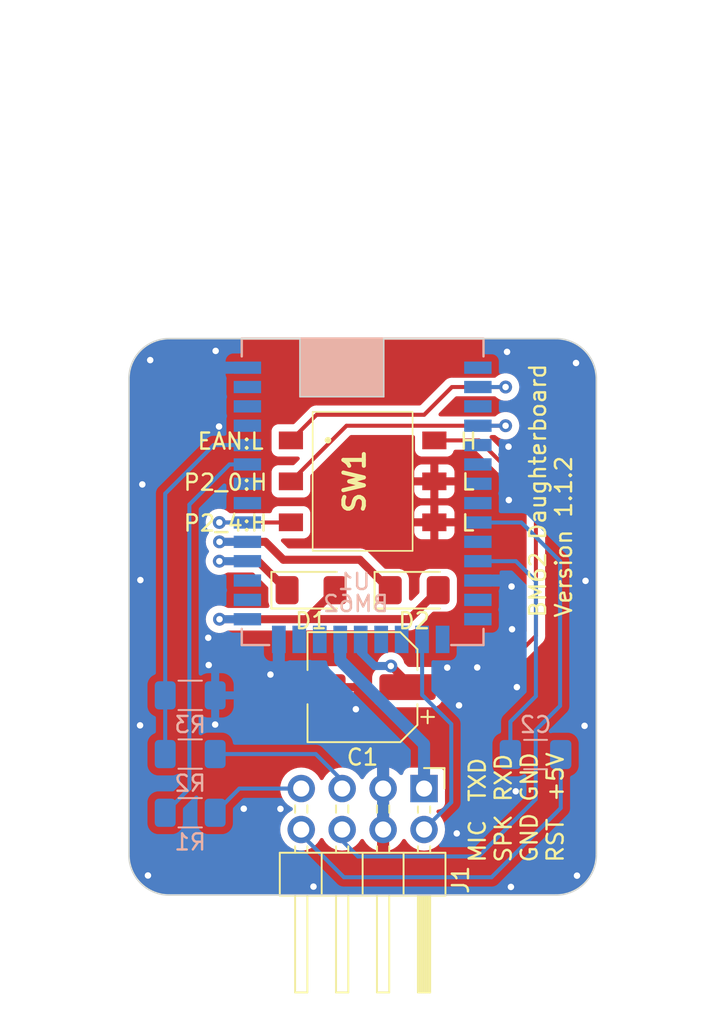
<source format=kicad_pcb>
(kicad_pcb (version 20221018) (generator pcbnew)
  (layers (0 "F.Cu" signal) (31 "B.Cu" signal) (34 "B.Paste" user) (35 "F.Paste" user) (36 "B.SilkS" user "B.Silkscreen") (37 "F.SilkS" user "F.Silkscreen") (38 "B.Mask" user) (39 "F.Mask" user) (44 "Edge.Cuts" user))
  (net 0 "")
  (net 1 "Net-(J1-Pin_5)")
  (net 2 "Net-(J1-Pin_7)")
  (net 3 "GND")
  (net 4 "/VDD_IO")
  (net 25 "/MIC1_P")
  (net 26 "/LED1")
  (net 27 "/SYS_PWR")
  (net 28 "+5V")
  (net 29 "/LED2")
  (net 30 "/RST")
  (net 31 "/SPKL")
  (net 32 "/HCI_TXD")
  (net 33 "/HCI_RXD")
  (net 34 "/P2_0")
  (net 36 "/P2_4")
  (net 37 "/EAN")
  (net 38 "Net-(J1-Pin_8)")
  (footprint "Capacitor_SMD:CP_Elec_6.3x5.4" (layer "F.Cu") (at 147.49 106.61 180)
    (fp_text reference "C1" (at 0 -4.35) (layer "F.SilkS"))
    (fp_text value "47u")
    (fp_line (start -4.4375 -1.8475) (end -3.65 -1.8475) (stroke (width 0.12)) (layer "F.SilkS"))
    (fp_line (start -4.04375 -2.24125) (end -4.04375 -1.45375) (stroke (width 0.12)) (layer "F.SilkS"))
    (fp_line (start -3.41 -2.345563) (end -3.41 -1.06) (stroke (width 0.12)) (layer "F.SilkS"))
    (fp_line (start -3.41 -2.345563) (end -2.345563 -3.41) (stroke (width 0.12)) (layer "F.SilkS"))
    (fp_line (start -3.41 2.345563) (end -3.41 1.06) (stroke (width 0.12)) (layer "F.SilkS"))
    (fp_line (start -3.41 2.345563) (end -2.345563 3.41) (stroke (width 0.12)) (layer "F.SilkS"))
    (fp_line (start -2.345563 -3.41) (end 3.41 -3.41) (stroke (width 0.12)) (layer "F.SilkS"))
    (fp_line (start -2.345563 3.41) (end 3.41 3.41) (stroke (width 0.12)) (layer "F.SilkS"))
    (fp_line (start 3.41 -3.41) (end 3.41 -1.06) (stroke (width 0.12)) (layer "F.SilkS"))
    (fp_line (start 3.41 3.41) (end 3.41 1.06) (stroke (width 0.12)) (layer "F.SilkS"))
    (pad "1" smd roundrect (at -2.8 0 180) (size 3.5 1.6) (layers "F.Cu" "F.Paste" "F.Mask") (roundrect_rratio 0.15625) (net 4 "/VDD_IO"))
    (pad "2" smd roundrect (at 2.8 0 180) (size 3.5 1.6) (layers "F.Cu" "F.Paste" "F.Mask") (roundrect_rratio 0.15625) (net 3 "GND"))
  )
  (footprint "SamacSys_Parts:DS04254103BKSMT" (layer "F.Cu") (at 147.5 93.85 -90)
    (fp_text reference "SW1" (at 0 0.5 90) (layer "F.SilkS") (effects (font (size 1.27 1.27) (thickness 0.254))))
    (fp_text value "SW_DIP_x03" hide)
    (fp_line (start -4.31 -3.1) (end 4.31 -3.1) (stroke (width 0.1)) (layer "F.SilkS"))
    (fp_line (start -4.31 3.1) (end -4.31 -3.1) (stroke (width 0.1)) (layer "F.SilkS"))
    (fp_line (start -2.55 2.05) (end -2.55 2.05) (stroke (width 0.2)) (layer "F.SilkS"))
    (fp_line (start -2.55 2.25) (end -2.55 2.25) (stroke (width 0.2)) (layer "F.SilkS"))
    (fp_line (start 4.31 -3.1) (end 4.31 3.1) (stroke (width 0.1)) (layer "F.SilkS"))
    (fp_line (start 4.31 3.1) (end -4.31 3.1) (stroke (width 0.1)) (layer "F.SilkS"))
    (fp_arc (start -2.55 2.05) (mid -2.45 2.15) (end -2.55 2.25) (stroke (width 0.2)) (layer "F.SilkS"))
    (fp_arc (start -2.55 2.25) (mid -2.65 2.15) (end -2.55 2.05) (stroke (width 0.2)) (layer "F.SilkS"))
    (pad "1" smd rect (at -2.54 4.45 270) (size 1.1 1.5) (layers "F.Cu" "F.Paste" "F.Mask") (net 37 "/EAN"))
    (pad "2" smd rect (at 0 4.45 270) (size 1.1 1.5) (layers "F.Cu" "F.Paste" "F.Mask") (net 34 "/P2_0"))
    (pad "3" smd rect (at 2.54 4.45 270) (size 1.1 1.5) (layers "F.Cu" "F.Paste" "F.Mask") (net 36 "/P2_4"))
    (pad "4" smd rect (at 2.54 -4.45 270) (size 1.1 1.5) (layers "F.Cu" "F.Paste" "F.Mask") (net 3 "GND"))
    (pad "5" smd rect (at 0 -4.45 270) (size 1.1 1.5) (layers "F.Cu" "F.Paste" "F.Mask") (net 3 "GND"))
    (pad "6" smd rect (at -2.54 -4.45 270) (size 1.1 1.5) (layers "F.Cu" "F.Paste" "F.Mask") (net 4 "/VDD_IO"))
  )
  (footprint "LED_SMD:LED_1206_3216Metric_Pad1.42x1.75mm_HandSolder" (layer "F.Cu") (at 144.2995 100.6)
    (fp_text reference "D1" (at -0.0025 1.9) (layer "F.SilkS"))
    (fp_text value "GRN")
    (fp_line (start -2.46 -1.135) (end -2.46 1.135) (stroke (width 0.12)) (layer "F.SilkS"))
    (fp_line (start -2.46 1.135) (end 1.6 1.135) (stroke (width 0.12)) (layer "F.SilkS"))
    (fp_line (start 1.6 -1.135) (end -2.46 -1.135) (stroke (width 0.12)) (layer "F.SilkS"))
    (pad "1" smd roundrect (at -1.4875 0) (size 1.425 1.75) (layers "F.Cu" "F.Paste" "F.Mask") (roundrect_rratio 0.1754392982) (net 26 "/LED1"))
    (pad "2" smd roundrect (at 1.4875 0) (size 1.425 1.75) (layers "F.Cu" "F.Paste" "F.Mask") (roundrect_rratio 0.1754392982) (net 27 "/SYS_PWR"))
  )
  (footprint "LED_SMD:LED_1206_3216Metric_Pad1.42x1.75mm_HandSolder" (layer "F.Cu") (at 150.7 100.6)
    (fp_text reference "D2" (at 0 1.9) (layer "F.SilkS"))
    (fp_text value "RED")
    (fp_line (start -2.46 -1.135) (end -2.46 1.135) (stroke (width 0.12)) (layer "F.SilkS"))
    (fp_line (start -2.46 1.135) (end 1.6 1.135) (stroke (width 0.12)) (layer "F.SilkS"))
    (fp_line (start 1.6 -1.135) (end -2.46 -1.135) (stroke (width 0.12)) (layer "F.SilkS"))
    (pad "1" smd roundrect (at -1.4875 0) (size 1.425 1.75) (layers "F.Cu" "F.Paste" "F.Mask") (roundrect_rratio 0.1754392982) (net 29 "/LED2"))
    (pad "2" smd roundrect (at 1.4875 0) (size 1.425 1.75) (layers "F.Cu" "F.Paste" "F.Mask") (roundrect_rratio 0.1754392982) (net 27 "/SYS_PWR"))
  )
  (footprint "Connector_PinHeader_2.54mm:PinHeader_2x04_P2.54mm_Horizontal" (layer "F.Cu") (at 151.31 112.9 -90)
    (fp_text reference "J1" (at 5.655 -2.27 90) (layer "F.SilkS"))
    (fp_text value "Conn_2x4")
    (fp_line (start -1.27 -1.27) (end 0 -1.27) (stroke (width 0.12)) (layer "F.SilkS"))
    (fp_line (start -1.27 0) (end -1.27 -1.27) (stroke (width 0.12)) (layer "F.SilkS"))
    (fp_line (start 1.042929 2.16) (end 1.497071 2.16) (stroke (width 0.12)) (layer "F.SilkS"))
    (fp_line (start 1.042929 2.92) (end 1.497071 2.92) (stroke (width 0.12)) (layer "F.SilkS"))
    (fp_line (start 1.042929 4.7) (end 1.497071 4.7) (stroke (width 0.12)) (layer "F.SilkS"))
    (fp_line (start 1.042929 5.46) (end 1.497071 5.46) (stroke (width 0.12)) (layer "F.SilkS"))
    (fp_line (start 1.042929 7.24) (end 1.497071 7.24) (stroke (width 0.12)) (layer "F.SilkS"))
    (fp_line (start 1.042929 8) (end 1.497071 8) (stroke (width 0.12)) (layer "F.SilkS"))
    (fp_line (start 1.11 -0.38) (end 1.497071 -0.38) (stroke (width 0.12)) (layer "F.SilkS"))
    (fp_line (start 1.11 0.38) (end 1.497071 0.38) (stroke (width 0.12)) (layer "F.SilkS"))
    (fp_line (start 3.582929 -0.38) (end 3.98 -0.38) (stroke (width 0.12)) (layer "F.SilkS"))
    (fp_line (start 3.582929 0.38) (end 3.98 0.38) (stroke (width 0.12)) (layer "F.SilkS"))
    (fp_line (start 3.582929 2.16) (end 3.98 2.16) (stroke (width 0.12)) (layer "F.SilkS"))
    (fp_line (start 3.582929 2.92) (end 3.98 2.92) (stroke (width 0.12)) (layer "F.SilkS"))
    (fp_line (start 3.582929 4.7) (end 3.98 4.7) (stroke (width 0.12)) (layer "F.SilkS"))
    (fp_line (start 3.582929 5.46) (end 3.98 5.46) (stroke (width 0.12)) (layer "F.SilkS"))
    (fp_line (start 3.582929 7.24) (end 3.98 7.24) (stroke (width 0.12)) (layer "F.SilkS"))
    (fp_line (start 3.582929 8) (end 3.98 8) (stroke (width 0.12)) (layer "F.SilkS"))
    (fp_line (start 3.98 -1.33) (end 3.98 8.95) (stroke (width 0.12)) (layer "F.SilkS"))
    (fp_line (start 3.98 1.27) (end 6.64 1.27) (stroke (width 0.12)) (layer "F.SilkS"))
    (fp_line (start 3.98 3.81) (end 6.64 3.81) (stroke (width 0.12)) (layer "F.SilkS"))
    (fp_line (start 3.98 6.35) (end 6.64 6.35) (stroke (width 0.12)) (layer "F.SilkS"))
    (fp_line (start 3.98 8.95) (end 6.64 8.95) (stroke (width 0.12)) (layer "F.SilkS"))
    (fp_line (start 6.64 -1.33) (end 3.98 -1.33) (stroke (width 0.12)) (layer "F.SilkS"))
    (fp_line (start 6.64 -0.38) (end 12.64 -0.38) (stroke (width 0.12)) (layer "F.SilkS"))
    (fp_line (start 6.64 -0.32) (end 12.64 -0.32) (stroke (width 0.12)) (layer "F.SilkS"))
    (fp_line (start 6.64 -0.2) (end 12.64 -0.2) (stroke (width 0.12)) (layer "F.SilkS"))
    (fp_line (start 6.64 -0.08) (end 12.64 -0.08) (stroke (width 0.12)) (layer "F.SilkS"))
    (fp_line (start 6.64 0.04) (end 12.64 0.04) (stroke (width 0.12)) (layer "F.SilkS"))
    (fp_line (start 6.64 0.16) (end 12.64 0.16) (stroke (width 0.12)) (layer "F.SilkS"))
    (fp_line (start 6.64 0.28) (end 12.64 0.28) (stroke (width 0.12)) (layer "F.SilkS"))
    (fp_line (start 6.64 2.16) (end 12.64 2.16) (stroke (width 0.12)) (layer "F.SilkS"))
    (fp_line (start 6.64 4.7) (end 12.64 4.7) (stroke (width 0.12)) (layer "F.SilkS"))
    (fp_line (start 6.64 7.24) (end 12.64 7.24) (stroke (width 0.12)) (layer "F.SilkS"))
    (fp_line (start 6.64 8.95) (end 6.64 -1.33) (stroke (width 0.12)) (layer "F.SilkS"))
    (fp_line (start 12.64 -0.38) (end 12.64 0.38) (stroke (width 0.12)) (layer "F.SilkS"))
    (fp_line (start 12.64 0.38) (end 6.64 0.38) (stroke (width 0.12)) (layer "F.SilkS"))
    (fp_line (start 12.64 2.16) (end 12.64 2.92) (stroke (width 0.12)) (layer "F.SilkS"))
    (fp_line (start 12.64 2.92) (end 6.64 2.92) (stroke (width 0.12)) (layer "F.SilkS"))
    (fp_line (start 12.64 4.7) (end 12.64 5.46) (stroke (width 0.12)) (layer "F.SilkS"))
    (fp_line (start 12.64 5.46) (end 6.64 5.46) (stroke (width 0.12)) (layer "F.SilkS"))
    (fp_line (start 12.64 7.24) (end 12.64 8) (stroke (width 0.12)) (layer "F.SilkS"))
    (fp_line (start 12.64 8) (end 6.64 8) (stroke (width 0.12)) (layer "F.SilkS"))
    (pad "1" thru_hole rect (at 0 0 270) (size 1.7 1.7) (drill 1) (layers "*.Cu" "*.Mask") (net 28 "+5V"))
    (pad "2" thru_hole oval (at 2.54 0 270) (size 1.7 1.7) (drill 1) (layers "*.Cu" "*.Mask") (net 30 "/RST"))
    (pad "3" thru_hole oval (at 0 2.54 270) (size 1.7 1.7) (drill 1) (layers "*.Cu" "*.Mask") (net 3 "GND") (thermal_bridge_width 0.75))
    (pad "4" thru_hole oval (at 2.54 2.54 270) (size 1.7 1.7) (drill 1) (layers "*.Cu" "*.Mask") (net 3 "GND") (thermal_bridge_width 0.75))
    (pad "5" thru_hole oval (at 0 5.08 270) (size 1.7 1.7) (drill 1) (layers "*.Cu" "*.Mask") (net 1 "Net-(J1-Pin_5)"))
    (pad "6" thru_hole oval (at 2.54 5.08 270) (size 1.7 1.7) (drill 1) (layers "*.Cu" "*.Mask") (net 31 "/SPKL"))
    (pad "7" thru_hole oval (at 0 7.62 270) (size 1.7 1.7) (drill 1) (layers "*.Cu" "*.Mask") (net 2 "Net-(J1-Pin_7)"))
    (pad "8" thru_hole oval (at 2.54 7.62 270) (size 1.7 1.7) (drill 1) (layers "*.Cu" "*.Mask") (net 38 "Net-(J1-Pin_8)"))
  )
  (footprint "Resistor_SMD:R_1206_3216Metric_Pad1.30x1.75mm_HandSolder" (layer "B.Cu") (at 136.8 107.12)
    (fp_text reference "R3" (at 0 1.82) (layer "B.SilkS") (effects (justify mirror)))
    (fp_text value "2k")
    (fp_line (start -0.727064 -0.91) (end 0.727064 -0.91) (stroke (width 0.12)) (layer "B.SilkS"))
    (fp_line (start -0.727064 0.91) (end 0.727064 0.91) (stroke (width 0.12)) (layer "B.SilkS"))
    (pad "1" smd roundrect (at -1.55 0) (size 1.3 1.75) (layers "B.Cu" "B.Paste" "B.Mask") (roundrect_rratio 0.1923076923) (net 33 "/HCI_RXD"))
    (pad "2" smd roundrect (at 1.55 0) (size 1.3 1.75) (layers "B.Cu" "B.Paste" "B.Mask") (roundrect_rratio 0.1923076923) (net 3 "GND"))
  )
  (footprint "BM62 Daughterboard:Microchip BM62" (layer "B.Cu") (at 155 104 180)
    (fp_text reference "U1" (at 8.03 3.93) (layer "B.SilkS") (effects (justify mirror)))
    (fp_text value "BM62" (at 7.92 2.565) (layer "B.SilkS") (effects (justify mirror)))
    (fp_line (start 0 0) (end 2 0) (stroke (width 0.15)) (layer "B.SilkS"))
    (fp_line (start 0 1) (end 0 0) (stroke (width 0.15)) (layer "B.SilkS"))
    (fp_line (start 0 19) (end 0 17.9) (stroke (width 0.15)) (layer "B.SilkS"))
    (fp_line (start 0 19) (end 15 19) (stroke (width 0.15)) (layer "B.SilkS"))
    (fp_line (start 6.3 15.5) (end 11.3 15.5) (stroke (width 0.15)) (layer "B.SilkS"))
    (fp_line (start 6.3 19) (end 6.3 15.5) (stroke (width 0.15)) (layer "B.SilkS"))
    (fp_line (start 11.3 15.5) (end 11.3 19) (stroke (width 0.15)) (layer "B.SilkS"))
    (fp_line (start 15 0) (end 13.3 0) (stroke (width 0.15)) (layer "B.SilkS"))
    (fp_line (start 15 1) (end 15 0) (stroke (width 0.15)) (layer "B.SilkS"))
    (fp_line (start 15 19) (end 15 17.9) (stroke (width 0.15)) (layer "B.SilkS"))
    (fp_poly (pts (xy 6.3 19) (xy 11.3 19) (xy 11.3 15.5) (xy 6.3 15.5)) (stroke (width 0.15)) (fill solid) (layer "B.SilkS"))
    (pad "1" smd trapezoid (at 0.35 17.2 90) (size 0.76 1.7) (layers "B.Cu" "B.Paste" "B.Mask"))
    (pad "2" smd trapezoid (at 0.35 16 90) (size 0.76 1.7) (layers "B.Cu" "B.Paste" "B.Mask") (net 37 "/EAN"))
    (pad "3" smd trapezoid (at 0.35 14.8 90) (size 0.76 1.7) (layers "B.Cu" "B.Paste" "B.Mask"))
    (pad "4" smd trapezoid (at 0.35 13.6 90) (size 0.76 1.7) (layers "B.Cu" "B.Paste" "B.Mask") (net 34 "/P2_0"))
    (pad "5" smd trapezoid (at 0.35 12.4 90) (size 0.76 1.7) (layers "B.Cu" "B.Paste" "B.Mask"))
    (pad "6" smd trapezoid (at 0.35 11.2 90) (size 0.76 1.7) (layers "B.Cu" "B.Paste" "B.Mask"))
    (pad "7" smd trapezoid (at 0.35 10 90) (size 0.76 1.7) (layers "B.Cu" "B.Paste" "B.Mask"))
    (pad "8" smd trapezoid (at 0.35 8.8 90) (size 0.76 1.7) (layers "B.Cu" "B.Paste" "B.Mask"))
    (pad "9" smd trapezoid (at 0.35 7.6 90) (size 0.76 1.7) (layers "B.Cu" "B.Paste" "B.Mask") (net 31 "/SPKL"))
    (pad "10" smd trapezoid (at 0.35 6.4 90) (size 0.76 1.7) (layers "B.Cu" "B.Paste" "B.Mask"))
    (pad "11" smd trapezoid (at 0.35 5.2 90) (size 0.76 1.7) (layers "B.Cu" "B.Paste" "B.Mask") (net 25 "/MIC1_P"))
    (pad "12" smd trapezoid (at 0.35 4 90) (size 0.76 1.7) (layers "B.Cu" "B.Paste" "B.Mask") (net 3 "GND") (thermal_bridge_width 0.75))
    (pad "13" smd trapezoid (at 0.35 2.8 90) (size 0.76 1.7) (layers "B.Cu" "B.Paste" "B.Mask"))
    (pad "14" smd trapezoid (at 0.35 1.6 90) (size 0.76 1.7) (layers "B.Cu" "B.Paste" "B.Mask"))
    (pad "15" smd trapezoid (at 2.54 0.35 180) (size 0.85 1.7) (layers "B.Cu" "B.Paste" "B.Mask"))
    (pad "16" smd trapezoid (at 3.81 0.35 180) (size 0.85 1.7) (layers "B.Cu" "B.Paste" "B.Mask") (net 30 "/RST"))
    (pad "17" smd trapezoid (at 5.08 0.35 180) (size 0.85 1.7) (layers "B.Cu" "B.Paste" "B.Mask"))
    (pad "18" smd trapezoid (at 6.35 0.35 180) (size 0.85 1.7) (layers "B.Cu" "B.Paste" "B.Mask"))
    (pad "19" smd trapezoid (at 7.62 0.35 180) (size 0.85 1.7) (layers "B.Cu" "B.Paste" "B.Mask") (net 4 "/VDD_IO"))
    (pad "20" smd trapezoid (at 8.89 0.35 180) (size 0.85 1.7) (layers "B.Cu" "B.Paste" "B.Mask") (net 28 "+5V"))
    (pad "21" smd trapezoid (at 10.16 0.35 180) (size 0.85 1.7) (layers "B.Cu" "B.Paste" "B.Mask"))
    (pad "22" smd trapezoid (at 11.43 0.35 180) (size 0.85 1.7) (layers "B.Cu" "B.Paste" "B.Mask"))
    (pad "23" smd trapezoid (at 12.7 0.35 180) (size 0.85 1.7) (layers "B.Cu" "B.Paste" "B.Mask") (net 3 "GND") (thermal_bridge_width 0.75))
    (pad "24" smd trapezoid (at 14.65 1.6 90) (size 0.76 1.7) (layers "B.Cu" "B.Paste" "B.Mask") (net 27 "/SYS_PWR"))
    (pad "25" smd trapezoid (at 14.65 2.8 90) (size 0.76 1.7) (layers "B.Cu" "B.Paste" "B.Mask"))
    (pad "26" smd trapezoid (at 14.65 4 90) (size 0.76 1.7) (layers "B.Cu" "B.Paste" "B.Mask"))
    (pad "27" smd trapezoid (at 14.65 5.2 90) (size 0.76 1.7) (layers "B.Cu" "B.Paste" "B.Mask") (net 26 "/LED1"))
    (pad "28" smd trapezoid (at 14.65 6.4 90) (size 0.76 1.7) (layers "B.Cu" "B.Paste" "B.Mask") (net 29 "/LED2"))
    (pad "29" smd trapezoid (at 14.65 7.6 90) (size 0.76 1.7) (layers "B.Cu" "B.Paste" "B.Mask") (net 36 "/P2_4"))
    (pad "30" smd trapezoid (at 14.65 8.8 90) (size 0.76 1.7) (layers "B.Cu" "B.Paste" "B.Mask"))
    (pad "31" smd trapezoid (at 14.65 10 90) (size 0.76 1.7) (layers "B.Cu" "B.Paste" "B.Mask"))
    (pad "32" smd trapezoid (at 14.65 11.2 90) (size 0.76 1.7) (layers "B.Cu" "B.Paste" "B.Mask") (net 32 "/HCI_TXD"))
    (pad "33" smd trapezoid (at 14.65 12.4 90) (size 0.76 1.7) (layers "B.Cu" "B.Paste" "B.Mask") (net 33 "/HCI_RXD"))
    (pad "34" smd trapezoid (at 14.65 13.6 90) (size 0.76 1.7) (layers "B.Cu" "B.Paste" "B.Mask"))
    (pad "35" smd trapezoid (at 14.65 14.8 90) (size 0.76 1.7) (layers "B.Cu" "B.Paste" "B.Mask"))
    (pad "36" smd trapezoid (at 14.65 16 90) (size 0.76 1.7) (layers "B.Cu" "B.Paste" "B.Mask"))
    (pad "37" smd trapezoid (at 14.65 17.2 90) (size 0.76 1.7) (layers "B.Cu" "B.Paste" "B.Mask") (net 3 "GND") (thermal_bridge_width 0.75))
    (zone (net 0) (net_name "") (layers "*.Cu") (connect_pads (clearance 0)) (min_thickness 0.25)
      (keepout (tracks not_allowed) (vias not_allowed) (pads not_allowed) (copperpour not_allowed) (footprints not_allowed))
      (fill (thermal_gap 0.5) (thermal_bridge_width 0.5))
      (polygon (pts (xy 170 85) (xy 170 64) (xy 125 64) (xy 125 85)))
    )
    (zone (net 0) (net_name "") (layer "B.Cu") (connect_pads (clearance 0)) (min_thickness 0.25)
      (keepout (tracks not_allowed) (vias not_allowed) (pads not_allowed) (copperpour not_allowed) (footprints not_allowed))
      (fill (thermal_gap 0.5) (thermal_bridge_width 0.5))
      (polygon (pts (xy 153.8 86.4) (xy 155 86.4) (xy 155 85) (xy 140 85) (xy 140 86.4) (xy 141.2 86.4) (xy 141.2 102.8) (xy 140 102.8) (xy 140 104) (xy 141.8 104) (xy 141.8 102.8) (xy 152.9 102.8) (xy 152.9 104) (xy 155 104) (xy 155 102.8) (xy 153.8 102.8)))
    )
  )
  (footprint "Capacitor_SMD:C_1206_3216Metric_Pad1.33x1.80mm_HandSolder" (layer "B.Cu") (at 158.23 110.79 180)
    (fp_text reference "C2" (at 0 1.85) (layer "B.SilkS") (effects (justify mirror)))
    (fp_text value "0.1u")
    (fp_line (start -0.711252 -0.91) (end 0.711252 -0.91) (stroke (width 0.12)) (layer "B.SilkS"))
    (fp_line (start -0.711252 0.91) (end 0.711252 0.91) (stroke (width 0.12)) (layer "B.SilkS"))
    (pad "1" smd roundrect (at -1.5625 0 180) (size 1.325 1.8) (layers "B.Cu" "B.Paste" "B.Mask") (roundrect_rratio 0.1886792453) (net 38 "Net-(J1-Pin_8)"))
    (pad "2" smd roundrect (at 1.5625 0 180) (size 1.325 1.8) (layers "B.Cu" "B.Paste" "B.Mask") (roundrect_rratio 0.1886792453) (net 25 "/MIC1_P"))
  )
  (footprint "Resistor_SMD:R_1206_3216Metric_Pad1.30x1.75mm_HandSolder" (layer "B.Cu") (at 136.8 114.4)
    (fp_text reference "R1" (at 0 1.82) (layer "B.SilkS") (effects (justify mirror)))
    (fp_text value "1k")
    (fp_line (start -0.727064 -0.91) (end 0.727064 -0.91) (stroke (width 0.12)) (layer "B.SilkS"))
    (fp_line (start -0.727064 0.91) (end 0.727064 0.91) (stroke (width 0.12)) (layer "B.SilkS"))
    (pad "1" smd roundrect (at -1.55 0) (size 1.3 1.75) (layers "B.Cu" "B.Paste" "B.Mask") (roundrect_rratio 0.1923076923) (net 32 "/HCI_TXD"))
    (pad "2" smd roundrect (at 1.55 0) (size 1.3 1.75) (layers "B.Cu" "B.Paste" "B.Mask") (roundrect_rratio 0.1923076923) (net 2 "Net-(J1-Pin_7)"))
  )
  (footprint "Resistor_SMD:R_1206_3216Metric_Pad1.30x1.75mm_HandSolder" (layer "B.Cu") (at 136.8 110.76)
    (fp_text reference "R2" (at 0 1.82) (layer "B.SilkS") (effects (justify mirror)))
    (fp_text value "1k")
    (fp_line (start -0.727064 -0.91) (end 0.727064 -0.91) (stroke (width 0.12)) (layer "B.SilkS"))
    (fp_line (start -0.727064 0.91) (end 0.727064 0.91) (stroke (width 0.12)) (layer "B.SilkS"))
    (pad "1" smd roundrect (at -1.55 0) (size 1.3 1.75) (layers "B.Cu" "B.Paste" "B.Mask") (roundrect_rratio 0.1923076923) (net 33 "/HCI_RXD"))
    (pad "2" smd roundrect (at 1.55 0) (size 1.3 1.75) (layers "B.Cu" "B.Paste" "B.Mask") (roundrect_rratio 0.1923076923) (net 1 "Net-(J1-Pin_5)"))
  )
  (gr_line (start 159.5 119.5) (end 135.5 119.5) (stroke (width 0.1)) (layer "Edge.Cuts"))
  (gr_arc (start 133 87.5) (mid 133.732233 85.732233) (end 135.5 85) (stroke (width 0.1)) (layer "Edge.Cuts"))
  (gr_line (start 133 117) (end 133 87.5) (stroke (width 0.1)) (layer "Edge.Cuts"))
  (gr_line (start 148.81 88.6) (end 148.81 85) (stroke (width 0.1)) (layer "Edge.Cuts"))
  (gr_arc (start 159.5 85) (mid 161.267767 85.732233) (end 162 87.5) (stroke (width 0.1)) (layer "Edge.Cuts"))
  (gr_line (start 143.61 85) (end 143.61 88.6) (stroke (width 0.1)) (layer "Edge.Cuts"))
  (gr_line (start 162 87.5) (end 162 117) (stroke (width 0.1)) (layer "Edge.Cuts"))
  (gr_line (start 148.81 85) (end 159.5 85) (stroke (width 0.1)) (layer "Edge.Cuts"))
  (gr_arc (start 135.5 119.5) (mid 133.732233 118.767767) (end 133 117) (stroke (width 0.1)) (layer "Edge.Cuts"))
  (gr_line (start 135.5 85) (end 143.61 85) (stroke (width 0.1)) (layer "Edge.Cuts"))
  (gr_line (start 143.61 88.6) (end 148.81 88.6) (stroke (width 0.1)) (layer "Edge.Cuts"))
  (gr_arc (start 162 117) (mid 161.267767 118.767767) (end 159.5 119.5) (stroke (width 0.1)) (layer "Edge.Cuts"))
  (gr_text "L" (at 153.54 94.48) (layer "F.SilkS") (effects (font (size 1 1)) (justify left bottom)))
  (gr_text "L" (at 153.53 97.02) (layer "F.SilkS") (effects (font (size 1 1)) (justify left bottom)))
  (gr_text "TXD\nRXD\nGND\n+5V" (at 160.04 113.81 90) (layer "F.SilkS") (effects (font (size 1 1)) (justify left bottom)))
  (gr_text "P2_0:H" (at 136.3 94.5) (layer "F.SilkS") (effects (font (size 1 1)) (justify left bottom)))
  (gr_text "BM62 Daughterboard\nVersion 1.1.2" (at 160.56 102.38 90) (layer "F.SilkS") (effects (font (size 1 1)) (justify left bottom)))
  (gr_text "H" (at 153.44 91.95) (layer "F.SilkS") (effects (font (size 1 1)) (justify left bottom)))
  (gr_text "EAN:L" (at 137.16 91.95) (layer "F.SilkS") (effects (font (size 1 1)) (justify left bottom)))
  (gr_text "P2_4:H" (at 136.3 97.03) (layer "F.SilkS") (effects (font (size 1 1)) (justify left bottom)))
  (gr_text "MIC\nSPK\nGND\nRST" (at 160.04 117.57 90) (layer "F.SilkS") (effects (font (size 1 1)) (justify left bottom)))
  (segment (start 138.35 110.76) (end 144.59 110.76) (width 0.25) (layer "B.Cu") (net 1))
  (segment (start 146.23 112.4) (end 146.23 112.9) (width 0.25) (layer "B.Cu") (net 1))
  (segment (start 144.59 110.76) (end 146.23 112.4) (width 0.25) (layer "B.Cu") (net 1))
  (segment (start 139.85 112.9) (end 143.69 112.9) (width 0.25) (layer "B.Cu") (net 2))
  (segment (start 138.35 114.4) (end 139.85 112.9) (width 0.25) (layer "B.Cu") (net 2))
  (via (at 133.69 108.98) (size 0.8) (drill 0.4) (layers "F.Cu" "B.Cu") (net 3))
  (via (at 152.75 105.4) (size 0.8) (drill 0.4) (layers "F.Cu" "B.Cu") (net 3))
  (via (at 153.34 115.68) (size 0.8) (drill 0.4) (layers "F.Cu" "B.Cu") (net 3))
  (via (at 161.33 100.02) (size 0.8) (drill 0.4) (layers "F.Cu" "B.Cu") (net 3))
  (via (at 134.18 118.29) (size 0.8) (drill 0.4) (layers "F.Cu" "B.Cu") (net 3))
  (via (at 138.38 85.76) (size 0.8) (drill 0.4) (layers "F.Cu" "B.Cu") (net 3))
  (via (at 142.4 114.16) (size 0.8) (drill 0.4) (layers "F.Cu" "B.Cu") (net 3))
  (via (at 138.35 108.93) (size 0.8) (drill 0.4) (layers "F.Cu" "B.Cu") (net 3))
  (via (at 156.77 103.02) (size 0.8) (drill 0.4) (layers "F.Cu" "B.Cu") (net 3))
  (via (at 157.07 106.61) (size 0.8) (drill 0.4) (layers "F.Cu" "B.Cu") (net 3))
  (via (at 141.78 105.83) (size 0.8) (drill 0.4) (layers "F.Cu" "B.Cu") (net 3))
  (via (at 154.61 105.39) (size 0.8) (drill 0.4) (layers "F.Cu" "B.Cu") (net 3))
  (via (at 137.95 105.24) (size 0.8) (drill 0.4) (layers "F.Cu" "B.Cu") (net 3))
  (via (at 137.92 103.55) (size 0.8) (drill 0.4) (layers "F.Cu" "B.Cu") (net 3))
  (via (at 133.83 94.04) (size 0.8) (drill 0.4) (layers "F.Cu" "B.Cu") (net 3))
  (via (at 153.48 107.74) (size 0.8) (drill 0.4) (layers "F.Cu" "B.Cu") (net 3))
  (via (at 160.74 86.51) (size 0.8) (drill 0.4) (layers "F.Cu" "B.Cu") (net 3))
  (via (at 160.8 118.3) (size 0.8) (drill 0.4) (layers "F.Cu" "B.Cu") (net 3))
  (via (at 134.32 86.33) (size 0.8) (drill 0.4) (layers "F.Cu" "B.Cu") (net 3))
  (via (at 140.125 114.15) (size 0.8) (drill 0.4) (layers "F.Cu" "B.Cu") (net 3))
  (via (at 144.45 118.98) (size 0.8) (drill 0.4) (layers "F.Cu" "B.Cu") (net 3))
  (via (at 156.57 95.01) (size 0.8) (drill 0.4) (layers "F.Cu" "B.Cu") (net 3))
  (via (at 156.55 91.7) (size 0.8) (drill 0.4) (layers "F.Cu" "B.Cu") (net 3))
  (via (at 138.59 90.45) (size 0.8) (drill 0.4) (layers "F.Cu" "B.Cu") (net 3))
  (via (at 147.08 107.98) (size 0.8) (drill 0.4) (layers "F.Cu" "B.Cu") (net 3))
  (via (at 156.7 119) (size 0.8) (drill 0.4) (layers "F.Cu" "B.Cu") (net 3))
  (via (at 156.46 85.82) (size 0.8) (drill 0.4) (layers "F.Cu" "B.Cu") (net 3))
  (via (at 161.27 109.01) (size 0.8) (drill 0.4) (layers "F.Cu" "B.Cu") (net 3))
  (via (at 133.71 99.97) (size 0.8) (drill 0.4) (layers "F.Cu" "B.Cu") (net 3))
  (via (at 156.74 100.37) (size 0.8) (drill 0.4) (layers "F.Cu" "B.Cu") (net 3))
  (via (at 157 113.07) (size 0.8) (drill 0.4) (layers "F.Cu" "B.Cu") (net 3))
  (segment (start 155.08 106.6) (end 158.25 103.43) (width 0.25) (layer "F.Cu") (net 4))
  (segment (start 150.3 106.33) (end 150.3 106.6) (width 0.5) (layer "F.Cu") (net 4))
  (segment (start 150.3 106.6) (end 155.08 106.6) (width 0.25) (layer "F.Cu") (net 4))
  (segment (start 149.26 105.29) (end 150.3 106.33) (width 0.5) (layer "F.Cu") (net 4))
  (segment (start 154.72 91.31) (end 151.95 91.31) (width 0.25) (layer "F.Cu") (net 4))
  (segment (start 158.25 94.84) (end 154.72 91.31) (width 0.25) (layer "F.Cu") (net 4))
  (segment (start 158.25 103.43) (end 158.25 94.84) (width 0.25) (layer "F.Cu") (net 4))
  (via (at 149.25 105.3) (size 0.8) (drill 0.4) (layers "F.Cu" "B.Cu") (net 4))
  (segment (start 148.25 105.3) (end 149.25 105.3) (width 0.5) (layer "B.Cu") (net 4))
  (segment (start 147.38 103.64) (end 147.38 104.43) (width 0.5) (layer "B.Cu") (net 4))
  (segment (start 147.38 104.43) (end 148.25 105.3) (width 0.5) (layer "B.Cu") (net 4))
  (segment (start 158.25 100.04) (end 157.01 98.8) (width 0.25) (layer "B.Cu") (net 25))
  (segment (start 157.01 98.8) (end 154.66 98.8) (width 0.25) (layer "B.Cu") (net 25))
  (segment (start 158.25 107.17) (end 158.25 100.04) (width 0.25) (layer "B.Cu") (net 25))
  (segment (start 156.6675 108.7525) (end 158.25 107.17) (width 0.25) (layer "B.Cu") (net 25))
  (segment (start 156.6675 110.79) (end 156.6675 108.7525) (width 0.25) (layer "B.Cu") (net 25))
  (segment (start 154.66 98.8) (end 154.65 98.79) (width 0.25) (layer "B.Cu") (net 25))
  (segment (start 141.012 98.8) (end 138.61 98.8) (width 0.5) (layer "F.Cu") (net 26))
  (segment (start 142.812 100.6) (end 141.012 98.8) (width 0.5) (layer "F.Cu") (net 26))
  (via (at 138.61 98.8) (size 0.8) (drill 0.4) (layers "F.Cu" "B.Cu") (net 26))
  (segment (start 138.61 98.8) (end 140.35 98.8) (width 0.5) (layer "B.Cu") (net 26))
  (segment (start 145.787 100.613) (end 145.787 100.6) (width 0.5) (layer "F.Cu") (net 27))
  (segment (start 144 102.4) (end 144.01 102.39) (width 0.5) (layer "F.Cu") (net 27))
  (segment (start 144.01 102.39) (end 150.3975 102.39) (width 0.5) (layer "F.Cu") (net 27))
  (segment (start 144.01 102.39) (end 145.787 100.613) (width 0.5) (layer "F.Cu") (net 27))
  (segment (start 150.3975 102.39) (end 152.1875 100.6) (width 0.5) (layer "F.Cu") (net 27))
  (segment (start 138.64 102.4) (end 144 102.4) (width 0.5) (layer "F.Cu") (net 27))
  (segment (start 138.63 102.39) (end 138.64 102.4) (width 0.5) (layer "F.Cu") (net 27))
  (via (at 138.62 102.4) (size 0.8) (drill 0.4) (layers "F.Cu" "B.Cu") (net 27))
  (segment (start 138.64 102.4) (end 138.63 102.39) (width 0.5) (layer "B.Cu") (net 27))
  (segment (start 140.34 102.4) (end 138.64 102.4) (width 0.5) (layer "B.Cu") (net 27))
  (segment (start 140.35 102.39) (end 140.34 102.4) (width 0.5) (layer "B.Cu") (net 27))
  (segment (start 146.11 104.95) (end 146.11 103.64) (width 0.75) (layer "B.Cu") (net 28))
  (segment (start 151.31 110.15) (end 146.11 104.95) (width 0.75) (layer "B.Cu") (net 28))
  (segment (start 151.31 112.9) (end 151.31 110.15) (width 0.75) (layer "B.Cu") (net 28))
  (segment (start 147.3225 98.71) (end 142.58 98.71) (width 0.5) (layer "F.Cu") (net 29))
  (segment (start 142.58 98.71) (end 141.47 97.6) (width 0.5) (layer "F.Cu") (net 29))
  (segment (start 141.47 97.6) (end 138.62 97.6) (width 0.5) (layer "F.Cu") (net 29))
  (segment (start 149.2125 100.6) (end 147.3225 98.71) (width 0.5) (layer "F.Cu") (net 29))
  (via (at 138.62 97.6) (size 0.8) (drill 0.4) (layers "F.Cu" "B.Cu") (net 29))
  (segment (start 138.62 97.6) (end 140.35 97.6) (width 0.5) (layer "B.Cu") (net 29))
  (segment (start 151.31 115.44) (end 153 113.75) (width 0.25) (layer "B.Cu") (net 30))
  (segment (start 153 113.75) (end 153 108.9) (width 0.25) (layer "B.Cu") (net 30))
  (segment (start 151.19 107.09) (end 151.19 103.64) (width 0.25) (layer "B.Cu") (net 30))
  (segment (start 153 108.9) (end 151.19 107.09) (width 0.25) (layer "B.Cu") (net 30))
  (segment (start 157.35 96.4) (end 154.66 96.4) (width 0.25) (layer "B.Cu") (net 31))
  (segment (start 158.24 109.28) (end 159.75 107.77) (width 0.25) (layer "B.Cu") (net 31))
  (segment (start 154.66 96.4) (end 154.65 96.39) (width 0.25) (layer "B.Cu") (net 31))
  (segment (start 146.23 116.13) (end 147.21 117.11) (width 0.25) (layer "B.Cu") (net 31))
  (segment (start 146.23 115.44) (end 146.23 116.13) (width 0.25) (layer "B.Cu") (net 31))
  (segment (start 159.75 107.77) (end 159.75 98.8) (width 0.25) (layer "B.Cu") (net 31))
  (segment (start 147.21 117.11) (end 154.69 117.11) (width 0.25) (layer "B.Cu") (net 31))
  (segment (start 159.75 98.8) (end 157.35 96.4) (width 0.25) (layer "B.Cu") (net 31))
  (segment (start 158.24 113.56) (end 158.24 109.28) (width 0.25) (layer "B.Cu") (net 31))
  (segment (start 154.69 117.11) (end 158.24 113.56) (width 0.25) (layer "B.Cu") (net 31))
  (segment (start 140.34 92.8) (end 140.35 92.79) (width 0.25) (layer "B.Cu") (net 32))
  (segment (start 135.25 114.4) (end 136.75 112.9) (width 0.25) (layer "B.Cu") (net 32))
  (segment (start 139.24 92.8) (end 140.34 92.8) (width 0.25) (layer "B.Cu") (net 32))
  (segment (start 136.75 112.9) (end 136.75 95.29) (width 0.25) (layer "B.Cu") (net 32))
  (segment (start 136.75 95.29) (end 139.24 92.8) (width 0.25) (layer "B.Cu") (net 32))
  (segment (start 140.34 91.6) (end 140.35 91.59) (width 0.25) (layer "B.Cu") (net 33))
  (segment (start 135.25 94.61) (end 138.26 91.6) (width 0.25) (layer "B.Cu") (net 33))
  (segment (start 138.26 91.6) (end 140.34 91.6) (width 0.25) (layer "B.Cu") (net 33))
  (segment (start 135.25 110.76) (end 135.25 94.61) (width 0.25) (layer "B.Cu") (net 33))
  (segment (start 156.36 90.4) (end 156.38 90.42) (width 0.25) (layer "F.Cu") (net 34))
  (segment (start 146.5 90.4) (end 156.36 90.4) (width 0.25) (layer "F.Cu") (net 34))
  (segment (start 143.05 93.85) (end 146.5 90.4) (width 0.25) (layer "F.Cu") (net 34))
  (via (at 156.37 90.4) (size 0.8) (drill 0.4) (layers "F.Cu" "B.Cu") (net 34))
  (segment (start 154.65 90.39) (end 154.66 90.4) (width 0.25) (layer "B.Cu") (net 34))
  (segment (start 156.37 90.4) (end 156.38 90.39) (width 0.25) (layer "B.Cu") (net 34))
  (segment (start 154.66 90.4) (end 156.37 90.4) (width 0.25) (layer "B.Cu") (net 34))
  (segment (start 138.63 96.4) (end 138.62 96.39) (width 0.25) (layer "F.Cu") (net 36))
  (segment (start 143.05 96.39) (end 143.04 96.4) (width 0.25) (layer "F.Cu") (net 36))
  (segment (start 143.04 96.4) (end 138.63 96.4) (width 0.25) (layer "F.Cu") (net 36))
  (via (at 138.61 96.4) (size 0.8) (drill 0.4) (layers "F.Cu" "B.Cu") (net 36))
  (segment (start 140.34 96.4) (end 140.35 96.39) (width 0.25) (layer "B.Cu") (net 36))
  (segment (start 138.62 96.39) (end 138.63 96.4) (width 0.25) (layer "B.Cu") (net 36))
  (segment (start 138.63 96.4) (end 140.34 96.4) (width 0.25) (layer "B.Cu") (net 36))
  (segment (start 144.64 89.72) (end 151.32 89.72) (width 0.25) (layer "F.Cu") (net 37))
  (segment (start 156.37 88) (end 156.38 87.99) (width 0.25) (layer "F.Cu") (net 37))
  (segment (start 151.32 89.72) (end 153.04 88) (width 0.25) (layer "F.Cu") (net 37))
  (segment (start 153.04 88) (end 156.37 88) (width 0.25) (layer "F.Cu") (net 37))
  (segment (start 143.05 91.31) (end 144.64 89.72) (width 0.25) (layer "F.Cu") (net 37))
  (via (at 156.37 88) (size 0.8) (drill 0.4) (layers "F.Cu" "B.Cu") (net 37))
  (segment (start 156.38 87.99) (end 156.37 88) (width 0.25) (layer "B.Cu") (net 37))
  (segment (start 156.37 88) (end 154.66 88) (width 0.25) (layer "B.Cu") (net 37))
  (segment (start 154.66 88) (end 154.65 87.99) (width 0.25) (layer "B.Cu") (net 37))
  (segment (start 143.69 115.75) (end 146.34 118.4) (width 0.25) (layer "B.Cu") (net 38))
  (segment (start 159.7925 114.1075) (end 159.7925 110.79) (width 0.25) (layer "B.Cu") (net 38))
  (segment (start 155.5 118.4) (end 159.7925 114.1075) (width 0.25) (layer "B.Cu") (net 38))
  (segment (start 146.34 118.4) (end 155.5 118.4) (width 0.25) (layer "B.Cu") (net 38))
  (segment (start 143.69 115.44) (end 143.69 115.75) (width 0.25) (layer "B.Cu") (net 38))
  (zone (net 3) (net_name "GND") (layers "F&B.Cu") (priority 1) (connect_pads (clearance 0.45)) (min_thickness 0.25) (fill yes (thermal_gap 0.5) (thermal_bridge_width 0.5))
    (polygon (pts (xy 125 85) (xy 170 85) (xy 170 127.5) (xy 125 127.5)))
  )
)
</source>
